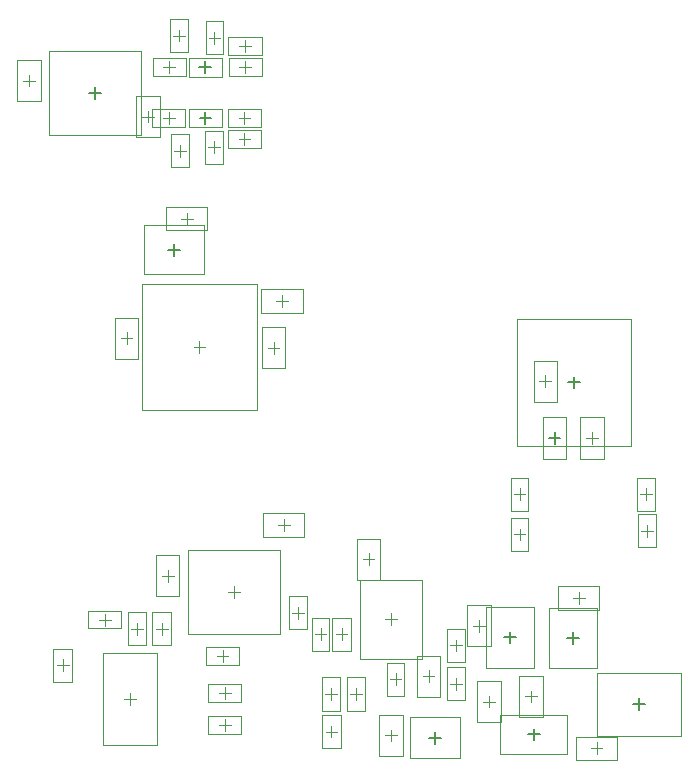
<source format=gbr>
G04 Layer_Color=32768*
%FSLAX26Y26*%
%MOIN*%
%TF.FileFunction,Other,Mechanical_15*%
%TF.Part,Single*%
G01*
G75*
%TA.AperFunction,NonConductor*%
%ADD51C,0.005000*%
%ADD76C,0.003937*%
%ADD80C,0.001968*%
D51*
X1880316Y1875000D02*
X1919686D01*
X1900000Y1855314D02*
Y1894684D01*
X1482024Y875394D02*
X1521394D01*
X1501708Y855708D02*
Y895078D01*
X735110Y3090425D02*
Y3129795D01*
X715424Y3110111D02*
X754794D01*
X736110Y2921425D02*
Y2960795D01*
X716424Y2941111D02*
X755794D01*
X1964134Y2039882D02*
Y2079252D01*
X1944448Y2059568D02*
X1983818D01*
X349448Y3024568D02*
X388818D01*
X369134Y3004882D02*
Y3044252D01*
X1961788Y1188318D02*
Y1227688D01*
X1942102Y1208002D02*
X1981472D01*
X1751618Y1189882D02*
Y1229252D01*
X1731932Y1209568D02*
X1771302D01*
X2161158Y986614D02*
X2200528D01*
X2180842Y966930D02*
Y1006300D01*
X1810882Y886142D02*
X1850252D01*
X1830566Y866456D02*
Y905826D01*
X612426Y2502110D02*
X651796D01*
X632110Y2482426D02*
Y2521796D01*
D76*
X1647386Y1228882D02*
Y1268252D01*
X1627701Y1248567D02*
X1667071D01*
X2020315Y840000D02*
X2059685D01*
X2040000Y820315D02*
Y859685D01*
X1822110Y993425D02*
Y1032795D01*
X1802425Y1013110D02*
X1841795D01*
X1960677Y1340110D02*
X2000047D01*
X1980362Y1320425D02*
Y1359795D01*
X1682110Y976221D02*
Y1015591D01*
X1662425Y995906D02*
X1701795D01*
X1355110Y863425D02*
Y902795D01*
X1335425Y883110D02*
X1374795D01*
X473110Y2187425D02*
Y2226795D01*
X453425Y2207110D02*
X492795D01*
X963110Y2155425D02*
Y2194795D01*
X943425Y2175110D02*
X982795D01*
X654425Y2606110D02*
X693795D01*
X674110Y2586425D02*
Y2625795D01*
X147110Y3046220D02*
Y3085590D01*
X127425Y3065905D02*
X166795D01*
X545110Y2926425D02*
Y2965795D01*
X525425Y2946110D02*
X564795D01*
X2025000Y1855315D02*
Y1894685D01*
X2005315Y1875000D02*
X2044685D01*
X1869134Y2043882D02*
Y2083252D01*
X1849449Y2063567D02*
X1888819D01*
X1480000Y1060315D02*
Y1099685D01*
X1460315Y1080000D02*
X1499685D01*
X1280000Y1450315D02*
Y1489685D01*
X1260315Y1470000D02*
X1299685D01*
X977425Y1585110D02*
X1016795D01*
X997110Y1565425D02*
Y1604795D01*
X1335701Y1270567D02*
X1375071D01*
X1355386Y1250882D02*
Y1290252D01*
X1571110Y1163425D02*
Y1202795D01*
X1551425Y1183110D02*
X1590795D01*
X1783110Y1533425D02*
Y1572795D01*
X1763425Y1553110D02*
X1802795D01*
X2208110Y1545425D02*
Y1584795D01*
X2188425Y1565110D02*
X2227795D01*
X2205110Y1667425D02*
Y1706795D01*
X2185425Y1687110D02*
X2224795D01*
X1783110Y1667425D02*
Y1706795D01*
X1763425Y1687110D02*
X1802795D01*
X1570362Y1035960D02*
Y1075330D01*
X1550677Y1055645D02*
X1590047D01*
X240425Y1117110D02*
X279795D01*
X260110Y1097425D02*
Y1136795D01*
X810426Y1360110D02*
X849796D01*
X830110Y1340426D02*
Y1379796D01*
X610110Y1395426D02*
Y1434796D01*
X590424Y1415110D02*
X629794D01*
X628425Y3216110D02*
X667795D01*
X648110Y3196425D02*
Y3235795D01*
X869110Y3090425D02*
Y3129795D01*
X849425Y3110110D02*
X888795D01*
X868110Y3161425D02*
Y3200795D01*
X848425Y3181110D02*
X887795D01*
X631425Y2832110D02*
X670795D01*
X651110Y2812425D02*
Y2851795D01*
X866110Y2851425D02*
Y2890795D01*
X846425Y2871110D02*
X885795D01*
X614110Y2921410D02*
Y2960780D01*
X594425Y2941095D02*
X633795D01*
X866110Y2921409D02*
Y2960780D01*
X846425Y2941095D02*
X885795D01*
X744425Y2844110D02*
X783795D01*
X764110Y2824425D02*
Y2863795D01*
X746425Y3208110D02*
X785795D01*
X766110Y3188425D02*
Y3227795D01*
X615110Y3090425D02*
Y3129795D01*
X595425Y3110110D02*
X634795D01*
X1100315Y1220000D02*
X1139685D01*
X1120000Y1200315D02*
Y1239685D01*
X1135425Y1021110D02*
X1174795D01*
X1155110Y1001425D02*
Y1040795D01*
X1024169Y1291475D02*
X1063539D01*
X1043854Y1271789D02*
Y1311159D01*
X1217425Y1021110D02*
X1256795D01*
X1237110Y1001425D02*
Y1040795D01*
X793110Y1128425D02*
Y1167795D01*
X773425Y1148110D02*
X812795D01*
X800110Y897425D02*
Y936795D01*
X780425Y917110D02*
X819795D01*
X1350315Y1070000D02*
X1389685D01*
X1370000Y1050315D02*
Y1089685D01*
X716110Y2157425D02*
Y2196795D01*
X696425Y2177110D02*
X735795D01*
X1170315Y1220000D02*
X1209685D01*
X1190000Y1200315D02*
Y1239685D01*
X1136425Y896110D02*
X1175795D01*
X1156110Y876425D02*
Y915795D01*
X991110Y2311425D02*
Y2350795D01*
X971425Y2331110D02*
X1010795D01*
X800110Y1004425D02*
Y1043795D01*
X780425Y1024110D02*
X819795D01*
X483701Y985425D02*
Y1024795D01*
X464016Y1005110D02*
X503386D01*
X400110Y1249425D02*
Y1288795D01*
X380425Y1269110D02*
X419795D01*
X488425Y1238110D02*
X527795D01*
X508110Y1218425D02*
Y1257795D01*
X571425Y1238110D02*
X610795D01*
X591110Y1218425D02*
Y1257795D01*
D80*
X1608016Y1179669D02*
X1686756D01*
X1608016Y1317465D02*
X1686756D01*
X1608016Y1179669D02*
Y1317465D01*
X1686756Y1179669D02*
Y1317465D01*
X1971102Y800630D02*
Y879370D01*
X2108898Y800630D02*
Y879370D01*
X1971102D02*
X2108898D01*
X1971102Y800630D02*
X2108898D01*
X1782740Y944213D02*
X1861480D01*
X1782740Y1082008D02*
X1861480D01*
Y944213D02*
Y1082008D01*
X1782740Y944213D02*
Y1082008D01*
X2049260Y1300740D02*
Y1379480D01*
X1911465Y1300740D02*
Y1379480D01*
Y1300740D02*
X2049260D01*
X1911465Y1379480D02*
X2049260D01*
X1642740Y927008D02*
X1721480D01*
X1642740Y1064803D02*
X1721480D01*
X1642740Y927008D02*
Y1064803D01*
X1721480Y927008D02*
Y1064803D01*
X1315740Y814213D02*
X1394480D01*
X1315740Y952008D02*
X1394480D01*
X1315740Y814213D02*
Y952008D01*
X1394480Y814213D02*
Y952008D01*
X433740Y2276008D02*
X512480D01*
X433740Y2138213D02*
X512480D01*
Y2276008D01*
X433740Y2138213D02*
Y2276008D01*
X923740Y2244008D02*
X1002480D01*
X923740Y2106213D02*
X1002480D01*
Y2244008D01*
X923740Y2106213D02*
Y2244008D01*
X605213Y2566740D02*
Y2645480D01*
X743008Y2566740D02*
Y2645480D01*
X605213D02*
X743008D01*
X605213Y2566740D02*
X743008D01*
X107740Y2997008D02*
X186480D01*
X107740Y3134803D02*
X186480D01*
X107740Y2997008D02*
Y3134803D01*
X186480Y2997008D02*
Y3134803D01*
X505740Y3015008D02*
X584480D01*
X505740Y2877213D02*
X584480D01*
X505740D02*
Y3015008D01*
X584480Y2877213D02*
Y3015008D01*
X1985630Y1943898D02*
X2064370D01*
X1985630Y1806102D02*
X2064370D01*
X1985630D02*
Y1943898D01*
X2064370Y1806102D02*
Y1943898D01*
X1829764Y1994669D02*
X1908504D01*
X1829764Y2132465D02*
X1908504D01*
Y1994669D02*
Y2132465D01*
X1829764Y1994669D02*
Y2132465D01*
X1440630Y1148898D02*
X1519370D01*
X1440630Y1011102D02*
X1519370D01*
Y1148898D01*
X1440630Y1011102D02*
Y1148898D01*
X1240630Y1401102D02*
X1319370D01*
X1240630Y1538898D02*
X1319370D01*
X1240630Y1401102D02*
Y1538898D01*
X1319370Y1401102D02*
Y1538898D01*
X928213Y1545740D02*
Y1624480D01*
X1066008Y1545740D02*
Y1624480D01*
X928213D02*
X1066008D01*
X928213Y1545740D02*
X1066008D01*
X1457748Y1138677D02*
Y1402457D01*
X1253024Y1138677D02*
Y1402457D01*
X1457748D01*
X1253024Y1138677D02*
X1457748D01*
X1541583Y1238228D02*
X1600638D01*
X1541583Y1127992D02*
X1600638D01*
Y1238228D01*
X1541583Y1127992D02*
Y1238228D01*
X1753583Y1497992D02*
X1812638D01*
X1753583Y1608228D02*
X1812638D01*
X1753583Y1497992D02*
Y1608228D01*
X1812638Y1497992D02*
Y1608228D01*
X2178583Y1509992D02*
X2237638D01*
X2178583Y1620228D02*
X2237638D01*
X2178583Y1509992D02*
Y1620228D01*
X2237638Y1509992D02*
Y1620228D01*
X2175583Y1631992D02*
X2234638D01*
X2175583Y1742228D02*
X2234638D01*
X2175583Y1631992D02*
Y1742228D01*
X2234638Y1631992D02*
Y1742228D01*
X1753583Y1631992D02*
X1812638D01*
X1753583Y1742228D02*
X1812638D01*
X1753583Y1631992D02*
Y1742228D01*
X1812638Y1631992D02*
Y1742228D01*
X1540835Y1110763D02*
X1599890D01*
X1540835Y1000527D02*
X1599890D01*
Y1110763D01*
X1540835Y1000527D02*
Y1110763D01*
X291606Y1061992D02*
Y1172228D01*
X228614Y1061992D02*
Y1172228D01*
Y1061992D02*
X291606D01*
X228614Y1172228D02*
X291606D01*
X676566Y1220346D02*
Y1499874D01*
X983654Y1220346D02*
Y1499874D01*
X676566D02*
X983654D01*
X676566Y1220346D02*
X983654D01*
X570740Y1346212D02*
X649480D01*
X570740Y1484008D02*
X649480D01*
X570740Y1346212D02*
Y1484008D01*
X649480Y1346212D02*
Y1484008D01*
X1939370Y1806102D02*
Y1943898D01*
X1860630Y1806102D02*
Y1943898D01*
Y1806102D02*
X1939370D01*
X1860630Y1943898D02*
X1939370D01*
X1419032Y806496D02*
Y944292D01*
X1584386Y806496D02*
Y944292D01*
X1419032D02*
X1584386D01*
X1419032Y806496D02*
X1584386D01*
X679992Y3141607D02*
X790228D01*
X679992Y3078613D02*
X790228D01*
X679992D02*
Y3141607D01*
X790228Y3078613D02*
Y3141607D01*
X680992Y2972607D02*
X791228D01*
X680992Y2909613D02*
X791228D01*
X680992D02*
Y2972607D01*
X791228Y2909613D02*
Y2972607D01*
X1773188Y2270196D02*
X2155078D01*
X1773188Y1848938D02*
X2155078D01*
X1773188D02*
Y2270196D01*
X2155078Y1848938D02*
Y2270196D01*
X215590Y2884804D02*
Y3164330D01*
X522678Y2884804D02*
Y3164330D01*
X215590D02*
X522678D01*
X215590Y2884804D02*
X522678D01*
X1881078Y1107608D02*
X2042496D01*
X1881078Y1308396D02*
X2042496D01*
X1881078Y1107608D02*
Y1308396D01*
X2042496Y1107608D02*
Y1308396D01*
X1670908Y1109174D02*
X1832326D01*
X1670908Y1309960D02*
X1832326D01*
X1670908Y1109174D02*
Y1309960D01*
X1832326Y1109174D02*
Y1309960D01*
X2041078Y882284D02*
Y1090946D01*
X2320606Y882284D02*
Y1090946D01*
X2041078D02*
X2320606D01*
X2041078Y882284D02*
X2320606D01*
X1942772Y821182D02*
Y951102D01*
X1718362Y821182D02*
Y951102D01*
Y821182D02*
X1942772D01*
X1718362Y951102D02*
X1942772D01*
X531716Y2421402D02*
Y2582818D01*
X732504Y2421402D02*
Y2582818D01*
X531716D02*
X732504D01*
X531716Y2421402D02*
X732504D01*
X618583Y3160992D02*
Y3271228D01*
X677638Y3160992D02*
Y3271228D01*
X618583Y3160992D02*
X677638D01*
X618583Y3271228D02*
X677638D01*
X813992Y3139638D02*
X924228D01*
X813992Y3080583D02*
X924228D01*
X813992D02*
Y3139638D01*
X924228Y3080583D02*
Y3139638D01*
X812992Y3210638D02*
X923228D01*
X812992Y3151583D02*
X923228D01*
X812992D02*
Y3210638D01*
X923228Y3151583D02*
Y3210638D01*
X621583Y2776992D02*
Y2887228D01*
X680638Y2776992D02*
Y2887228D01*
X621583Y2776992D02*
X680638D01*
X621583Y2887228D02*
X680638D01*
X810992Y2900638D02*
X921228D01*
X810992Y2841583D02*
X921228D01*
X810992D02*
Y2900638D01*
X921228Y2841583D02*
Y2900638D01*
X558992Y2911567D02*
X669228D01*
X558992Y2970622D02*
X669228D01*
Y2911567D02*
Y2970622D01*
X558992Y2911567D02*
Y2970622D01*
X810992Y2970622D02*
X921228D01*
X810992Y2911567D02*
X921228D01*
X810992D02*
Y2970622D01*
X921228Y2911567D02*
Y2970622D01*
X793638Y2788992D02*
Y2899228D01*
X734583Y2788992D02*
Y2899228D01*
X793638D01*
X734583Y2788992D02*
X793638D01*
X736583Y3152992D02*
Y3263228D01*
X795638Y3152992D02*
Y3263228D01*
X736583Y3152992D02*
X795638D01*
X736583Y3263228D02*
X795638D01*
X559992Y3139638D02*
X670228D01*
X559992Y3080583D02*
X670228D01*
X559992D02*
Y3139638D01*
X670228Y3080583D02*
Y3139638D01*
X1149527Y1164882D02*
Y1275118D01*
X1090472Y1164882D02*
Y1275118D01*
X1149527D01*
X1090472Y1164882D02*
X1149527D01*
X1184638Y965992D02*
Y1076228D01*
X1125583Y965992D02*
Y1076228D01*
X1184638D01*
X1125583Y965992D02*
X1184638D01*
X1073382Y1236356D02*
Y1346593D01*
X1014327Y1236356D02*
Y1346593D01*
X1073382D01*
X1014327Y1236356D02*
X1073382D01*
X1266638Y965992D02*
Y1076228D01*
X1207583Y965992D02*
Y1076228D01*
X1266638D01*
X1207583Y965992D02*
X1266638D01*
X737992Y1118583D02*
X848228D01*
X737992Y1177638D02*
X848228D01*
Y1118583D02*
Y1177638D01*
X737992Y1118583D02*
Y1177638D01*
X744992Y887583D02*
X855228D01*
X744992Y946638D02*
X855228D01*
Y887583D02*
Y946638D01*
X744992Y887583D02*
Y946638D01*
X1399527Y1014882D02*
Y1125118D01*
X1340472Y1014882D02*
Y1125118D01*
X1399527D01*
X1340472Y1014882D02*
X1399527D01*
X525165Y1966480D02*
X907055D01*
X525165Y2387740D02*
X907055D01*
Y1966480D02*
Y2387740D01*
X525165Y1966480D02*
Y2387740D01*
X1158504Y1164882D02*
Y1275118D01*
X1221496Y1164882D02*
Y1275118D01*
X1158504Y1164882D02*
X1221496D01*
X1158504Y1275118D02*
X1221496D01*
X1187606Y840992D02*
Y951228D01*
X1124614Y840992D02*
Y951228D01*
X1187606D01*
X1124614Y840992D02*
X1187606D01*
X922213Y2291740D02*
X1060008D01*
X922213Y2370480D02*
X1060008D01*
Y2291740D02*
Y2370480D01*
X922213Y2291740D02*
Y2370480D01*
X744992Y994583D02*
X855228D01*
X744992Y1053638D02*
X855228D01*
Y994583D02*
Y1053638D01*
X744992Y994583D02*
Y1053638D01*
X393150Y1157669D02*
X574252D01*
X393150Y852551D02*
X574252D01*
X393150D02*
Y1157669D01*
X574252Y852551D02*
Y1157669D01*
X344992Y1298638D02*
X455228D01*
X344992Y1239583D02*
X455228D01*
Y1298638D01*
X344992Y1239583D02*
Y1298638D01*
X478583Y1182992D02*
Y1293228D01*
X537638Y1182992D02*
Y1293228D01*
X478583D02*
X537638D01*
X478583Y1182992D02*
X537638D01*
X622606Y1182992D02*
Y1293228D01*
X559614Y1182992D02*
Y1293228D01*
Y1182992D02*
X622606D01*
X559614Y1293228D02*
X622606D01*
%TF.MD5,7b8abafc6f5abf58fbcc20a90b5f330e*%
M02*

</source>
